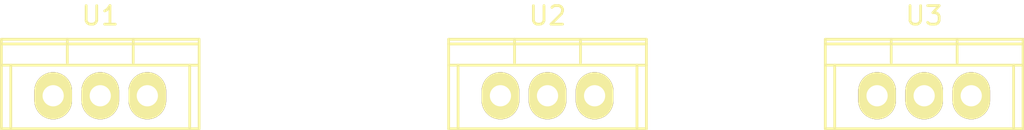
<source format=kicad_pcb>
(kicad_pcb (version 4) (host pcbnew "(2015-08-01 BZR 6031)-product")

  (general
    (links 4)
    (no_connects 4)
    (area 0 0 0 0)
    (thickness 1.6)
    (drawings 0)
    (tracks 0)
    (zones 0)
    (modules 3)
    (nets 6)
  )

  (page A4)
  (layers
    (0 F.Cu signal)
    (31 B.Cu signal)
    (32 B.Adhes user)
    (33 F.Adhes user)
    (34 B.Paste user)
    (35 F.Paste user)
    (36 B.SilkS user)
    (37 F.SilkS user)
    (38 B.Mask user)
    (39 F.Mask user)
    (40 Dwgs.User user)
    (41 Cmts.User user)
    (42 Eco1.User user)
    (43 Eco2.User user)
    (44 Edge.Cuts user)
    (45 Margin user)
    (46 B.CrtYd user)
    (47 F.CrtYd user)
    (48 B.Fab user)
    (49 F.Fab user)
  )

  (setup
    (last_trace_width 0.25)
    (trace_clearance 0.2)
    (zone_clearance 0.508)
    (zone_45_only no)
    (trace_min 0.2)
    (segment_width 0.2)
    (edge_width 0.15)
    (via_size 0.6)
    (via_drill 0.4)
    (via_min_size 0.4)
    (via_min_drill 0.3)
    (uvia_size 0.3)
    (uvia_drill 0.1)
    (uvias_allowed no)
    (uvia_min_size 0.2)
    (uvia_min_drill 0.1)
    (pcb_text_width 0.3)
    (pcb_text_size 1.5 1.5)
    (mod_edge_width 0.15)
    (mod_text_size 1 1)
    (mod_text_width 0.15)
    (pad_size 1.524 1.524)
    (pad_drill 0.762)
    (pad_to_mask_clearance 0.2)
    (aux_axis_origin 0 0)
    (visible_elements FFFFFF7F)
    (pcbplotparams
      (layerselection 0x00030_80000001)
      (usegerberextensions false)
      (excludeedgelayer true)
      (linewidth 0.100000)
      (plotframeref false)
      (viasonmask false)
      (mode 1)
      (useauxorigin false)
      (hpglpennumber 1)
      (hpglpenspeed 20)
      (hpglpendiameter 15)
      (hpglpenoverlay 2)
      (psnegative false)
      (psa4output false)
      (plotreference true)
      (plotvalue true)
      (plotinvisibletext false)
      (padsonsilk false)
      (subtractmaskfromsilk false)
      (outputformat 1)
      (mirror false)
      (drillshape 1)
      (scaleselection 1)
      (outputdirectory ""))
  )

  (net 0 "")
  (net 1 +10V)
  (net 2 +20V)
  (net 3 +24V)
  (net 4 GND)
  (net 5 +5V)

  (net_class Default "This is the default net class."
    (clearance 0.2)
    (trace_width 0.25)
    (via_dia 0.6)
    (via_drill 0.4)
    (uvia_dia 0.3)
    (uvia_drill 0.1)
    (add_net +10V)
    (add_net +20V)
    (add_net +24V)
    (add_net +5V)
    (add_net GND)
  )

  (module TO-220 (layer F.Cu) (tedit 0) (tstamp 55BFFAAA)
    (at 19.05 19.05)
    (descr "Non Isolated JEDEC TO-220 Package")
    (tags "Power Integration YN Package")
    (path /55BCD1B4)
    (fp_text reference U1 (at 0 -4.318) (layer F.SilkS)
      (effects (font (size 1 1) (thickness 0.15)))
    )
    (fp_text value 7810 (at 0 -4.318) (layer F.Fab)
      (effects (font (size 1 1) (thickness 0.15)))
    )
    (fp_line (start 4.826 -1.651) (end 4.826 1.778) (layer F.SilkS) (width 0.15))
    (fp_line (start -4.826 -1.651) (end -4.826 1.778) (layer F.SilkS) (width 0.15))
    (fp_line (start 5.334 -2.794) (end -5.334 -2.794) (layer F.SilkS) (width 0.15))
    (fp_line (start 1.778 -1.778) (end 1.778 -3.048) (layer F.SilkS) (width 0.15))
    (fp_line (start -1.778 -1.778) (end -1.778 -3.048) (layer F.SilkS) (width 0.15))
    (fp_line (start -5.334 -1.651) (end 5.334 -1.651) (layer F.SilkS) (width 0.15))
    (fp_line (start 5.334 1.778) (end -5.334 1.778) (layer F.SilkS) (width 0.15))
    (fp_line (start -5.334 -3.048) (end -5.334 1.778) (layer F.SilkS) (width 0.15))
    (fp_line (start 5.334 -3.048) (end 5.334 1.778) (layer F.SilkS) (width 0.15))
    (fp_line (start 5.334 -3.048) (end -5.334 -3.048) (layer F.SilkS) (width 0.15))
    (pad 2 thru_hole oval (at 0 0) (size 2.032 2.54) (drill 1.143) (layers *.Cu *.Mask F.SilkS)
      (net 1 +10V))
    (pad 3 thru_hole oval (at 2.54 0) (size 2.032 2.54) (drill 1.143) (layers *.Cu *.Mask F.SilkS)
      (net 2 +20V))
    (pad 1 thru_hole oval (at -2.54 0) (size 2.032 2.54) (drill 1.143) (layers *.Cu *.Mask F.SilkS)
      (net 3 +24V))
  )

  (module TO-220 (layer F.Cu) (tedit 0) (tstamp 55BFFABB)
    (at 43.18 19.05)
    (descr "Non Isolated JEDEC TO-220 Package")
    (tags "Power Integration YN Package")
    (path /55BCD1EB)
    (fp_text reference U2 (at 0 -4.318) (layer F.SilkS)
      (effects (font (size 1 1) (thickness 0.15)))
    )
    (fp_text value 7810 (at 0 -4.318) (layer F.Fab)
      (effects (font (size 1 1) (thickness 0.15)))
    )
    (fp_line (start 4.826 -1.651) (end 4.826 1.778) (layer F.SilkS) (width 0.15))
    (fp_line (start -4.826 -1.651) (end -4.826 1.778) (layer F.SilkS) (width 0.15))
    (fp_line (start 5.334 -2.794) (end -5.334 -2.794) (layer F.SilkS) (width 0.15))
    (fp_line (start 1.778 -1.778) (end 1.778 -3.048) (layer F.SilkS) (width 0.15))
    (fp_line (start -1.778 -1.778) (end -1.778 -3.048) (layer F.SilkS) (width 0.15))
    (fp_line (start -5.334 -1.651) (end 5.334 -1.651) (layer F.SilkS) (width 0.15))
    (fp_line (start 5.334 1.778) (end -5.334 1.778) (layer F.SilkS) (width 0.15))
    (fp_line (start -5.334 -3.048) (end -5.334 1.778) (layer F.SilkS) (width 0.15))
    (fp_line (start 5.334 -3.048) (end 5.334 1.778) (layer F.SilkS) (width 0.15))
    (fp_line (start 5.334 -3.048) (end -5.334 -3.048) (layer F.SilkS) (width 0.15))
    (pad 2 thru_hole oval (at 0 0) (size 2.032 2.54) (drill 1.143) (layers *.Cu *.Mask F.SilkS)
      (net 4 GND))
    (pad 3 thru_hole oval (at 2.54 0) (size 2.032 2.54) (drill 1.143) (layers *.Cu *.Mask F.SilkS)
      (net 1 +10V))
    (pad 1 thru_hole oval (at -2.54 0) (size 2.032 2.54) (drill 1.143) (layers *.Cu *.Mask F.SilkS)
      (net 3 +24V))
  )

  (module TO-220 (layer F.Cu) (tedit 0) (tstamp 55BFFACC)
    (at 63.5 19.05)
    (descr "Non Isolated JEDEC TO-220 Package")
    (tags "Power Integration YN Package")
    (path /55BFFABC)
    (fp_text reference U3 (at 0 -4.318) (layer F.SilkS)
      (effects (font (size 1 1) (thickness 0.15)))
    )
    (fp_text value 7805 (at 0 -4.318) (layer F.Fab)
      (effects (font (size 1 1) (thickness 0.15)))
    )
    (fp_line (start 4.826 -1.651) (end 4.826 1.778) (layer F.SilkS) (width 0.15))
    (fp_line (start -4.826 -1.651) (end -4.826 1.778) (layer F.SilkS) (width 0.15))
    (fp_line (start 5.334 -2.794) (end -5.334 -2.794) (layer F.SilkS) (width 0.15))
    (fp_line (start 1.778 -1.778) (end 1.778 -3.048) (layer F.SilkS) (width 0.15))
    (fp_line (start -1.778 -1.778) (end -1.778 -3.048) (layer F.SilkS) (width 0.15))
    (fp_line (start -5.334 -1.651) (end 5.334 -1.651) (layer F.SilkS) (width 0.15))
    (fp_line (start 5.334 1.778) (end -5.334 1.778) (layer F.SilkS) (width 0.15))
    (fp_line (start -5.334 -3.048) (end -5.334 1.778) (layer F.SilkS) (width 0.15))
    (fp_line (start 5.334 -3.048) (end 5.334 1.778) (layer F.SilkS) (width 0.15))
    (fp_line (start 5.334 -3.048) (end -5.334 -3.048) (layer F.SilkS) (width 0.15))
    (pad 2 thru_hole oval (at 0 0) (size 2.032 2.54) (drill 1.143) (layers *.Cu *.Mask F.SilkS)
      (net 4 GND))
    (pad 3 thru_hole oval (at 2.54 0) (size 2.032 2.54) (drill 1.143) (layers *.Cu *.Mask F.SilkS)
      (net 5 +5V))
    (pad 1 thru_hole oval (at -2.54 0) (size 2.032 2.54) (drill 1.143) (layers *.Cu *.Mask F.SilkS)
      (net 1 +10V))
  )

)

</source>
